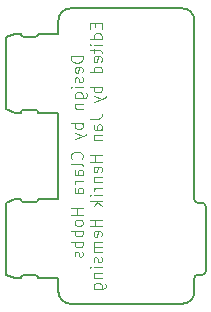
<source format=gbo>
G04 #@! TF.GenerationSoftware,KiCad,Pcbnew,(6.0.0-rc1-dev-1-g01c5bdfb8)*
G04 #@! TF.CreationDate,2019-02-19T09:48:00+01:00*
G04 #@! TF.ProjectId,PD-Injector,50442D496E6A6563746F722E6B696361,v1.2*
G04 #@! TF.SameCoordinates,Original*
G04 #@! TF.FileFunction,Legend,Bot*
G04 #@! TF.FilePolarity,Positive*
%FSLAX46Y46*%
G04 Gerber Fmt 4.6, Leading zero omitted, Abs format (unit mm)*
G04 Created by KiCad (PCBNEW (6.0.0-rc1-dev-1-g01c5bdfb8)) date Tue Feb 19 09:48:00 2019*
%MOMM*%
%LPD*%
G01*
G04 APERTURE LIST*
%ADD10C,0.100000*%
%ADD11C,0.150000*%
G04 APERTURE END LIST*
D10*
X21452380Y-18573809D02*
X20452380Y-18573809D01*
X20452380Y-18811904D01*
X20500000Y-18954761D01*
X20595238Y-19050000D01*
X20690476Y-19097619D01*
X20880952Y-19145238D01*
X21023809Y-19145238D01*
X21214285Y-19097619D01*
X21309523Y-19050000D01*
X21404761Y-18954761D01*
X21452380Y-18811904D01*
X21452380Y-18573809D01*
X21404761Y-19954761D02*
X21452380Y-19859523D01*
X21452380Y-19669047D01*
X21404761Y-19573809D01*
X21309523Y-19526190D01*
X20928571Y-19526190D01*
X20833333Y-19573809D01*
X20785714Y-19669047D01*
X20785714Y-19859523D01*
X20833333Y-19954761D01*
X20928571Y-20002380D01*
X21023809Y-20002380D01*
X21119047Y-19526190D01*
X21404761Y-20383333D02*
X21452380Y-20478571D01*
X21452380Y-20669047D01*
X21404761Y-20764285D01*
X21309523Y-20811904D01*
X21261904Y-20811904D01*
X21166666Y-20764285D01*
X21119047Y-20669047D01*
X21119047Y-20526190D01*
X21071428Y-20430952D01*
X20976190Y-20383333D01*
X20928571Y-20383333D01*
X20833333Y-20430952D01*
X20785714Y-20526190D01*
X20785714Y-20669047D01*
X20833333Y-20764285D01*
X21452380Y-21240476D02*
X20785714Y-21240476D01*
X20452380Y-21240476D02*
X20500000Y-21192857D01*
X20547619Y-21240476D01*
X20500000Y-21288095D01*
X20452380Y-21240476D01*
X20547619Y-21240476D01*
X20785714Y-22145238D02*
X21595238Y-22145238D01*
X21690476Y-22097619D01*
X21738095Y-22050000D01*
X21785714Y-21954761D01*
X21785714Y-21811904D01*
X21738095Y-21716666D01*
X21404761Y-22145238D02*
X21452380Y-22050000D01*
X21452380Y-21859523D01*
X21404761Y-21764285D01*
X21357142Y-21716666D01*
X21261904Y-21669047D01*
X20976190Y-21669047D01*
X20880952Y-21716666D01*
X20833333Y-21764285D01*
X20785714Y-21859523D01*
X20785714Y-22050000D01*
X20833333Y-22145238D01*
X20785714Y-22621428D02*
X21452380Y-22621428D01*
X20880952Y-22621428D02*
X20833333Y-22669047D01*
X20785714Y-22764285D01*
X20785714Y-22907142D01*
X20833333Y-23002380D01*
X20928571Y-23050000D01*
X21452380Y-23050000D01*
X21452380Y-24288095D02*
X20452380Y-24288095D01*
X20833333Y-24288095D02*
X20785714Y-24383333D01*
X20785714Y-24573809D01*
X20833333Y-24669047D01*
X20880952Y-24716666D01*
X20976190Y-24764285D01*
X21261904Y-24764285D01*
X21357142Y-24716666D01*
X21404761Y-24669047D01*
X21452380Y-24573809D01*
X21452380Y-24383333D01*
X21404761Y-24288095D01*
X20785714Y-25097619D02*
X21452380Y-25335714D01*
X20785714Y-25573809D02*
X21452380Y-25335714D01*
X21690476Y-25240476D01*
X21738095Y-25192857D01*
X21785714Y-25097619D01*
X21357142Y-27288095D02*
X21404761Y-27240476D01*
X21452380Y-27097619D01*
X21452380Y-27002380D01*
X21404761Y-26859523D01*
X21309523Y-26764285D01*
X21214285Y-26716666D01*
X21023809Y-26669047D01*
X20880952Y-26669047D01*
X20690476Y-26716666D01*
X20595238Y-26764285D01*
X20500000Y-26859523D01*
X20452380Y-27002380D01*
X20452380Y-27097619D01*
X20500000Y-27240476D01*
X20547619Y-27288095D01*
X21452380Y-27859523D02*
X21404761Y-27764285D01*
X21309523Y-27716666D01*
X20452380Y-27716666D01*
X21452380Y-28669047D02*
X20928571Y-28669047D01*
X20833333Y-28621428D01*
X20785714Y-28526190D01*
X20785714Y-28335714D01*
X20833333Y-28240476D01*
X21404761Y-28669047D02*
X21452380Y-28573809D01*
X21452380Y-28335714D01*
X21404761Y-28240476D01*
X21309523Y-28192857D01*
X21214285Y-28192857D01*
X21119047Y-28240476D01*
X21071428Y-28335714D01*
X21071428Y-28573809D01*
X21023809Y-28669047D01*
X21452380Y-29145238D02*
X20785714Y-29145238D01*
X20976190Y-29145238D02*
X20880952Y-29192857D01*
X20833333Y-29240476D01*
X20785714Y-29335714D01*
X20785714Y-29430952D01*
X21452380Y-30192857D02*
X20928571Y-30192857D01*
X20833333Y-30145238D01*
X20785714Y-30049999D01*
X20785714Y-29859523D01*
X20833333Y-29764285D01*
X21404761Y-30192857D02*
X21452380Y-30097619D01*
X21452380Y-29859523D01*
X21404761Y-29764285D01*
X21309523Y-29716666D01*
X21214285Y-29716666D01*
X21119047Y-29764285D01*
X21071428Y-29859523D01*
X21071428Y-30097619D01*
X21023809Y-30192857D01*
X21452380Y-31430952D02*
X20452380Y-31430952D01*
X20928571Y-31430952D02*
X20928571Y-32002380D01*
X21452380Y-32002380D02*
X20452380Y-32002380D01*
X21452380Y-32621428D02*
X21404761Y-32526190D01*
X21357142Y-32478571D01*
X21261904Y-32430952D01*
X20976190Y-32430952D01*
X20880952Y-32478571D01*
X20833333Y-32526190D01*
X20785714Y-32621428D01*
X20785714Y-32764285D01*
X20833333Y-32859523D01*
X20880952Y-32907142D01*
X20976190Y-32954761D01*
X21261904Y-32954761D01*
X21357142Y-32907142D01*
X21404761Y-32859523D01*
X21452380Y-32764285D01*
X21452380Y-32621428D01*
X21452380Y-33383333D02*
X20452380Y-33383333D01*
X20833333Y-33383333D02*
X20785714Y-33478571D01*
X20785714Y-33669047D01*
X20833333Y-33764285D01*
X20880952Y-33811904D01*
X20976190Y-33859523D01*
X21261904Y-33859523D01*
X21357142Y-33811904D01*
X21404761Y-33764285D01*
X21452380Y-33669047D01*
X21452380Y-33478571D01*
X21404761Y-33383333D01*
X21452380Y-34288095D02*
X20452380Y-34288095D01*
X20833333Y-34288095D02*
X20785714Y-34383333D01*
X20785714Y-34573809D01*
X20833333Y-34669047D01*
X20880952Y-34716666D01*
X20976190Y-34764285D01*
X21261904Y-34764285D01*
X21357142Y-34716666D01*
X21404761Y-34669047D01*
X21452380Y-34573809D01*
X21452380Y-34383333D01*
X21404761Y-34288095D01*
X21404761Y-35145238D02*
X21452380Y-35240476D01*
X21452380Y-35430952D01*
X21404761Y-35526190D01*
X21309523Y-35573809D01*
X21261904Y-35573809D01*
X21166666Y-35526190D01*
X21119047Y-35430952D01*
X21119047Y-35288095D01*
X21071428Y-35192857D01*
X20976190Y-35145238D01*
X20928571Y-35145238D01*
X20833333Y-35192857D01*
X20785714Y-35288095D01*
X20785714Y-35430952D01*
X20833333Y-35526190D01*
X22528571Y-15811904D02*
X22528571Y-16145238D01*
X23052380Y-16288095D02*
X23052380Y-15811904D01*
X22052380Y-15811904D01*
X22052380Y-16288095D01*
X23052380Y-17145238D02*
X22052380Y-17145238D01*
X23004761Y-17145238D02*
X23052380Y-17050000D01*
X23052380Y-16859523D01*
X23004761Y-16764285D01*
X22957142Y-16716666D01*
X22861904Y-16669047D01*
X22576190Y-16669047D01*
X22480952Y-16716666D01*
X22433333Y-16764285D01*
X22385714Y-16859523D01*
X22385714Y-17050000D01*
X22433333Y-17145238D01*
X23052380Y-17621428D02*
X22385714Y-17621428D01*
X22052380Y-17621428D02*
X22100000Y-17573809D01*
X22147619Y-17621428D01*
X22100000Y-17669047D01*
X22052380Y-17621428D01*
X22147619Y-17621428D01*
X22385714Y-17954761D02*
X22385714Y-18335714D01*
X22052380Y-18097619D02*
X22909523Y-18097619D01*
X23004761Y-18145238D01*
X23052380Y-18240476D01*
X23052380Y-18335714D01*
X23004761Y-19050000D02*
X23052380Y-18954761D01*
X23052380Y-18764285D01*
X23004761Y-18669047D01*
X22909523Y-18621428D01*
X22528571Y-18621428D01*
X22433333Y-18669047D01*
X22385714Y-18764285D01*
X22385714Y-18954761D01*
X22433333Y-19050000D01*
X22528571Y-19097619D01*
X22623809Y-19097619D01*
X22719047Y-18621428D01*
X23052380Y-19954761D02*
X22052380Y-19954761D01*
X23004761Y-19954761D02*
X23052380Y-19859523D01*
X23052380Y-19669047D01*
X23004761Y-19573809D01*
X22957142Y-19526190D01*
X22861904Y-19478571D01*
X22576190Y-19478571D01*
X22480952Y-19526190D01*
X22433333Y-19573809D01*
X22385714Y-19669047D01*
X22385714Y-19859523D01*
X22433333Y-19954761D01*
X23052380Y-21192857D02*
X22052380Y-21192857D01*
X22433333Y-21192857D02*
X22385714Y-21288095D01*
X22385714Y-21478571D01*
X22433333Y-21573809D01*
X22480952Y-21621428D01*
X22576190Y-21669047D01*
X22861904Y-21669047D01*
X22957142Y-21621428D01*
X23004761Y-21573809D01*
X23052380Y-21478571D01*
X23052380Y-21288095D01*
X23004761Y-21192857D01*
X22385714Y-22002380D02*
X23052380Y-22240476D01*
X22385714Y-22478571D02*
X23052380Y-22240476D01*
X23290476Y-22145238D01*
X23338095Y-22097619D01*
X23385714Y-22002380D01*
X22052380Y-23907142D02*
X22766666Y-23907142D01*
X22909523Y-23859523D01*
X23004761Y-23764285D01*
X23052380Y-23621428D01*
X23052380Y-23526190D01*
X23052380Y-24811904D02*
X22528571Y-24811904D01*
X22433333Y-24764285D01*
X22385714Y-24669047D01*
X22385714Y-24478571D01*
X22433333Y-24383333D01*
X23004761Y-24811904D02*
X23052380Y-24716666D01*
X23052380Y-24478571D01*
X23004761Y-24383333D01*
X22909523Y-24335714D01*
X22814285Y-24335714D01*
X22719047Y-24383333D01*
X22671428Y-24478571D01*
X22671428Y-24716666D01*
X22623809Y-24811904D01*
X22385714Y-25288095D02*
X23052380Y-25288095D01*
X22480952Y-25288095D02*
X22433333Y-25335714D01*
X22385714Y-25430952D01*
X22385714Y-25573809D01*
X22433333Y-25669047D01*
X22528571Y-25716666D01*
X23052380Y-25716666D01*
X23052380Y-26954761D02*
X22052380Y-26954761D01*
X22528571Y-26954761D02*
X22528571Y-27526190D01*
X23052380Y-27526190D02*
X22052380Y-27526190D01*
X23004761Y-28383333D02*
X23052380Y-28288095D01*
X23052380Y-28097619D01*
X23004761Y-28002380D01*
X22909523Y-27954761D01*
X22528571Y-27954761D01*
X22433333Y-28002380D01*
X22385714Y-28097619D01*
X22385714Y-28288095D01*
X22433333Y-28383333D01*
X22528571Y-28430952D01*
X22623809Y-28430952D01*
X22719047Y-27954761D01*
X22385714Y-28859523D02*
X23052380Y-28859523D01*
X22480952Y-28859523D02*
X22433333Y-28907142D01*
X22385714Y-29002380D01*
X22385714Y-29145238D01*
X22433333Y-29240476D01*
X22528571Y-29288095D01*
X23052380Y-29288095D01*
X23052380Y-29764285D02*
X22385714Y-29764285D01*
X22576190Y-29764285D02*
X22480952Y-29811904D01*
X22433333Y-29859523D01*
X22385714Y-29954761D01*
X22385714Y-30049999D01*
X23052380Y-30383333D02*
X22385714Y-30383333D01*
X22052380Y-30383333D02*
X22100000Y-30335714D01*
X22147619Y-30383333D01*
X22100000Y-30430952D01*
X22052380Y-30383333D01*
X22147619Y-30383333D01*
X23052380Y-30859523D02*
X22052380Y-30859523D01*
X22671428Y-30954761D02*
X23052380Y-31240476D01*
X22385714Y-31240476D02*
X22766666Y-30859523D01*
X23052380Y-32430952D02*
X22052380Y-32430952D01*
X22528571Y-32430952D02*
X22528571Y-33002380D01*
X23052380Y-33002380D02*
X22052380Y-33002380D01*
X23004761Y-33859523D02*
X23052380Y-33764285D01*
X23052380Y-33573809D01*
X23004761Y-33478571D01*
X22909523Y-33430952D01*
X22528571Y-33430952D01*
X22433333Y-33478571D01*
X22385714Y-33573809D01*
X22385714Y-33764285D01*
X22433333Y-33859523D01*
X22528571Y-33907142D01*
X22623809Y-33907142D01*
X22719047Y-33430952D01*
X23052380Y-34335714D02*
X22385714Y-34335714D01*
X22480952Y-34335714D02*
X22433333Y-34383333D01*
X22385714Y-34478571D01*
X22385714Y-34621428D01*
X22433333Y-34716666D01*
X22528571Y-34764285D01*
X23052380Y-34764285D01*
X22528571Y-34764285D02*
X22433333Y-34811904D01*
X22385714Y-34907142D01*
X22385714Y-35049999D01*
X22433333Y-35145238D01*
X22528571Y-35192857D01*
X23052380Y-35192857D01*
X23004761Y-35621428D02*
X23052380Y-35716666D01*
X23052380Y-35907142D01*
X23004761Y-36002380D01*
X22909523Y-36049999D01*
X22861904Y-36049999D01*
X22766666Y-36002380D01*
X22719047Y-35907142D01*
X22719047Y-35764285D01*
X22671428Y-35669047D01*
X22576190Y-35621428D01*
X22528571Y-35621428D01*
X22433333Y-35669047D01*
X22385714Y-35764285D01*
X22385714Y-35907142D01*
X22433333Y-36002380D01*
X23052380Y-36478571D02*
X22385714Y-36478571D01*
X22052380Y-36478571D02*
X22100000Y-36430952D01*
X22147619Y-36478571D01*
X22100000Y-36526190D01*
X22052380Y-36478571D01*
X22147619Y-36478571D01*
X22385714Y-36954761D02*
X23052380Y-36954761D01*
X22480952Y-36954761D02*
X22433333Y-37002380D01*
X22385714Y-37097619D01*
X22385714Y-37240476D01*
X22433333Y-37335714D01*
X22528571Y-37383333D01*
X23052380Y-37383333D01*
X22385714Y-38288095D02*
X23195238Y-38288095D01*
X23290476Y-38240476D01*
X23338095Y-38192857D01*
X23385714Y-38097619D01*
X23385714Y-37954761D01*
X23338095Y-37859523D01*
X23004761Y-38288095D02*
X23052380Y-38192857D01*
X23052380Y-38002380D01*
X23004761Y-37907142D01*
X22957142Y-37859523D01*
X22861904Y-37811904D01*
X22576190Y-37811904D01*
X22480952Y-37859523D01*
X22433333Y-37907142D01*
X22385714Y-38002380D01*
X22385714Y-38192857D01*
X22433333Y-38288095D01*
D11*
X30900000Y-22550000D02*
X30900000Y-15500000D01*
X30900000Y-38550000D02*
X30900000Y-37400000D01*
X17700000Y-30700000D02*
G75*
G02X17450000Y-30950000I-250000J0D01*
G01*
X16450000Y-30950000D02*
G75*
G02X16200000Y-30700000I0J250000D01*
G01*
X16200000Y-37400000D02*
G75*
G02X16450000Y-37150000I250000J0D01*
G01*
X17450000Y-37150000D02*
G75*
G02X17700000Y-37400000I0J-250000D01*
G01*
X17450000Y-23150000D02*
G75*
G02X17700000Y-23400000I0J-250000D01*
G01*
X16200000Y-23400000D02*
G75*
G02X16450000Y-23150000I250000J0D01*
G01*
X16450000Y-16950000D02*
G75*
G02X16200000Y-16700000I0J250000D01*
G01*
X17700000Y-16700000D02*
G75*
G02X17450000Y-16950000I-250000J0D01*
G01*
X19400000Y-37400000D02*
X19400000Y-38550000D01*
X17700000Y-37400000D02*
X19400000Y-37400000D01*
X16450000Y-37150000D02*
X17450000Y-37150000D01*
X15700000Y-37400000D02*
X16200000Y-37400000D01*
X14950000Y-37100000D02*
X15700000Y-37400000D01*
X14950000Y-31000000D02*
X14950000Y-37100000D01*
X15700000Y-30700000D02*
X14950000Y-31000000D01*
X16200000Y-30700000D02*
X15700000Y-30700000D01*
X17450000Y-30950000D02*
X16450000Y-30950000D01*
X19400000Y-30700000D02*
X17700000Y-30700000D01*
X19400000Y-23400000D02*
X19400000Y-30700000D01*
X17700000Y-23400000D02*
X19400000Y-23400000D01*
X16450000Y-23150000D02*
X17450000Y-23150000D01*
X15700000Y-23400000D02*
X16200000Y-23400000D01*
X14950000Y-23100000D02*
X15700000Y-23400000D01*
X14950000Y-17000000D02*
X14950000Y-23100000D01*
X15700000Y-16700000D02*
X14950000Y-17000000D01*
X16200000Y-16700000D02*
X15700000Y-16700000D01*
X17450000Y-16950000D02*
X16450000Y-16950000D01*
X19400000Y-16700000D02*
X17700000Y-16700000D01*
X19400000Y-15550000D02*
X19400000Y-16700000D01*
X31200000Y-31000000D02*
X31560000Y-31000000D01*
X30900000Y-30700000D02*
G75*
G03X31200000Y-31000000I300000J0D01*
G01*
X31860000Y-31300000D02*
X31860000Y-36800000D01*
X31860000Y-31300000D02*
G75*
G03X31560000Y-31000000I-300000J0D01*
G01*
X31560000Y-37100000D02*
X31200000Y-37100000D01*
X31560000Y-37100000D02*
G75*
G03X31860000Y-36800000I0J300000D01*
G01*
X31200000Y-37100000D02*
G75*
G03X30900000Y-37400000I0J-300000D01*
G01*
X30900000Y-15550000D02*
G75*
G03X29900000Y-14550000I-1000000J0D01*
G01*
X20400000Y-14550000D02*
G75*
G03X19400000Y-15550000I0J-1000000D01*
G01*
X19400000Y-38550000D02*
G75*
G03X20400000Y-39550000I1000000J0D01*
G01*
X29900000Y-39550000D02*
G75*
G03X30900000Y-38550000I0J1000000D01*
G01*
X20400000Y-39550000D02*
X29900000Y-39550000D01*
X29900000Y-14550000D02*
X20400000Y-14550000D01*
X30900000Y-30700000D02*
X30900000Y-22550000D01*
M02*

</source>
